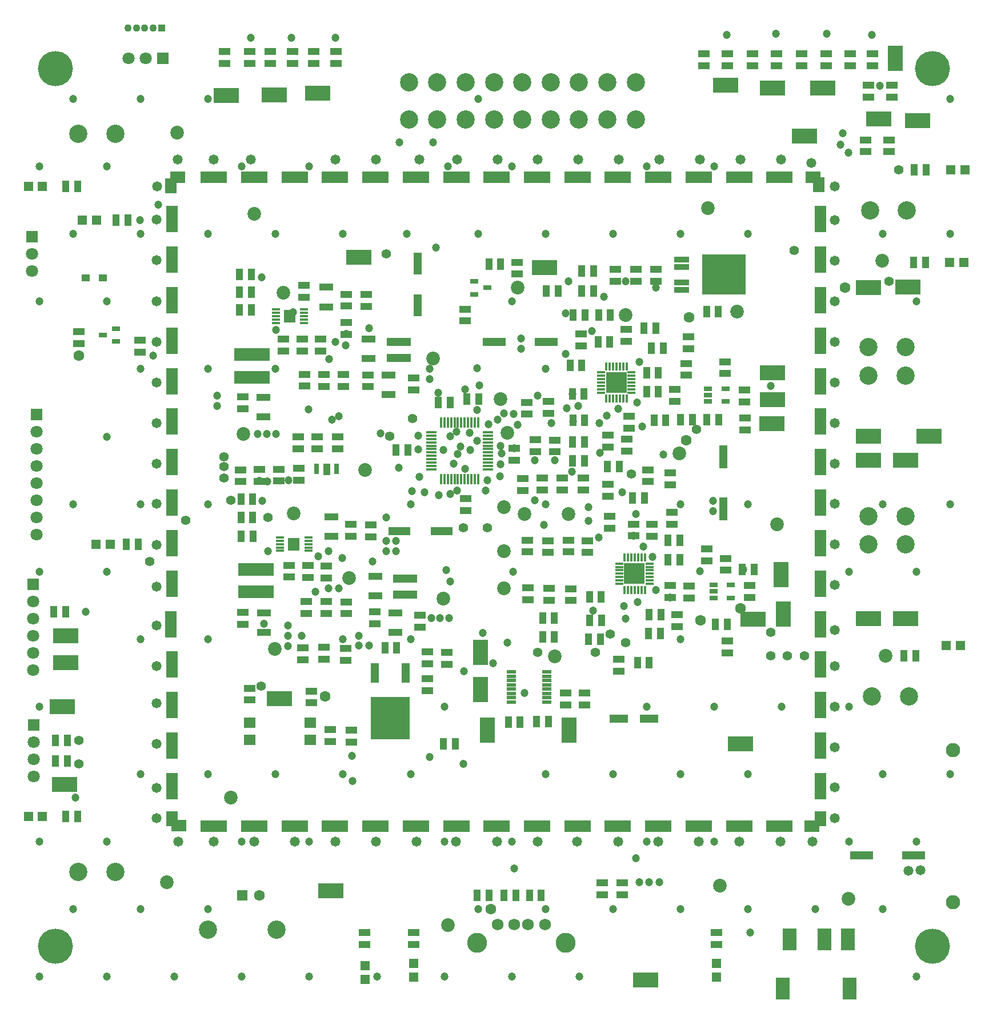
<source format=gts>
G04*
G04 #@! TF.GenerationSoftware,Altium Limited,Altium Designer,23.5.1 (21)*
G04*
G04 Layer_Color=8388736*
%FSLAX44Y44*%
%MOMM*%
G71*
G04*
G04 #@! TF.SameCoordinates,94069164-061E-4E51-8288-264057568BAF*
G04*
G04*
G04 #@! TF.FilePolarity,Negative*
G04*
G01*
G75*
%ADD52C,2.0200*%
%ADD53R,1.0540X1.7040*%
%ADD54R,1.4040X1.4040*%
%ADD55R,1.5980X0.3980*%
%ADD56R,0.3980X1.5980*%
%ADD57R,1.2040X1.0040*%
%ADD58R,1.1540X0.8040*%
%ADD59R,1.7040X1.0540*%
%ADD60R,1.2900X0.3950*%
%ADD61R,1.7780X1.9780*%
%ADD62R,3.4040X1.3040*%
%ADD63R,3.8040X2.2040*%
%ADD64R,5.7540X6.3540*%
%ADD65R,1.2040X2.9540*%
%ADD66R,1.0040X1.6790*%
%ADD67R,0.8040X1.5040*%
%ADD68R,3.2040X1.3040*%
%ADD69R,2.2040X3.8040*%
%ADD70R,1.4040X1.4040*%
%ADD71R,1.3520X0.5220*%
%ADD72R,1.2100X0.3600*%
%ADD73R,0.3600X1.2100*%
%ADD74R,0.3800X1.2300*%
%ADD75R,1.2300X0.3800*%
%ADD76R,3.0600X3.0600*%
%ADD77R,6.5020X5.9020*%
%ADD78R,2.3020X0.9020*%
%ADD79R,2.8040X1.2540*%
%ADD80R,1.7040X1.5040*%
%ADD81R,2.0040X1.1040*%
%ADD82R,1.3032X0.8032*%
%ADD83R,3.9505X1.7280*%
%ADD84R,1.7280X2.2360*%
%ADD85R,1.7280X3.9505*%
%ADD86R,2.2360X1.7280*%
%ADD87R,5.2840X1.9440*%
%ADD88R,1.3040X3.4040*%
%ADD89R,1.3040X3.2040*%
%ADD90R,3.6040X1.1840*%
%ADD91R,1.8040X1.8040*%
%ADD92C,1.8040*%
%ADD93C,1.6020*%
%ADD94R,1.6020X1.6020*%
%ADD95C,2.7020*%
%ADD96C,2.7040*%
%ADD97C,1.7280*%
%ADD98C,2.9540*%
%ADD99C,5.2040*%
%ADD100R,2.0040X3.2040*%
%ADD101C,2.1040*%
%ADD102R,1.1020X1.1020*%
%ADD103C,1.1020*%
%ADD104R,1.8040X1.8040*%
%ADD105C,1.2040*%
%ADD106C,1.4740*%
%ADD107C,1.4040*%
%ADD108C,1.6040*%
D52*
X265000Y195000D02*
D03*
X280000Y1305000D02*
D03*
X1085000Y190000D02*
D03*
X360000Y320000D02*
D03*
X395000Y1185000D02*
D03*
X1066691Y1193417D02*
D03*
X559009Y805665D02*
D03*
X1169818Y724676D02*
D03*
X1275000Y170000D02*
D03*
X453000Y741000D02*
D03*
X535000Y645000D02*
D03*
X379000Y859000D02*
D03*
X675000Y615000D02*
D03*
X945000Y1035000D02*
D03*
X1325000Y1115000D02*
D03*
X760000Y910000D02*
D03*
X770000Y860000D02*
D03*
X765000Y750000D02*
D03*
X1025000Y830000D02*
D03*
X1330000Y530000D02*
D03*
X860000Y740000D02*
D03*
X765000Y685000D02*
D03*
Y630000D02*
D03*
X1110000Y1040000D02*
D03*
X785000Y1075000D02*
D03*
X438000Y1068000D02*
D03*
X660000Y970000D02*
D03*
X795000Y740000D02*
D03*
X840038Y529569D02*
D03*
X681525Y131129D02*
D03*
X425000Y540000D02*
D03*
D53*
X190000Y1175000D02*
D03*
X207500D02*
D03*
X205000Y695000D02*
D03*
X222500D02*
D03*
X605000Y835000D02*
D03*
X622500D02*
D03*
X117578Y374456D02*
D03*
X100078D02*
D03*
X117500Y405000D02*
D03*
X100000D02*
D03*
X97500Y595000D02*
D03*
X115000D02*
D03*
X692500Y400000D02*
D03*
X675000D02*
D03*
X725000Y175000D02*
D03*
X742500D02*
D03*
X890000Y555000D02*
D03*
X907500D02*
D03*
X885000Y1035000D02*
D03*
X867500D02*
D03*
X133000Y1225000D02*
D03*
X115500D02*
D03*
X980000Y520000D02*
D03*
X962500D02*
D03*
X917834Y809964D02*
D03*
X935334D02*
D03*
X1372129Y1112446D02*
D03*
X1389629D02*
D03*
X1372500Y1250000D02*
D03*
X1390000D02*
D03*
X1357500Y530000D02*
D03*
X1375000D02*
D03*
X115500Y292000D02*
D03*
X133000D02*
D03*
X820000Y175000D02*
D03*
X802500D02*
D03*
X782500D02*
D03*
X765000D02*
D03*
X788624Y431980D02*
D03*
X771124D02*
D03*
X813335Y432394D02*
D03*
X830835D02*
D03*
X845000Y1070000D02*
D03*
X827500D02*
D03*
X588312Y541996D02*
D03*
X605812D02*
D03*
X667733Y905393D02*
D03*
X685233D02*
D03*
X390500Y1095000D02*
D03*
X373000D02*
D03*
X866000Y918000D02*
D03*
X883500D02*
D03*
X921500Y995000D02*
D03*
X904000D02*
D03*
X880000Y1100000D02*
D03*
X897500D02*
D03*
X891734Y582656D02*
D03*
X909234D02*
D03*
X1078000Y577000D02*
D03*
X1095500D02*
D03*
X1008000Y672000D02*
D03*
X1025500D02*
D03*
X979000Y563000D02*
D03*
X996500D02*
D03*
X897500Y1070000D02*
D03*
X880000D02*
D03*
X976000Y921000D02*
D03*
X993500D02*
D03*
X1008000Y701000D02*
D03*
X1025500D02*
D03*
X976000Y949000D02*
D03*
X993500D02*
D03*
X373000Y1042000D02*
D03*
X390500D02*
D03*
Y1069000D02*
D03*
X373000D02*
D03*
X973000Y764000D02*
D03*
X955500D02*
D03*
X727333Y910000D02*
D03*
X709833D02*
D03*
X375000Y762000D02*
D03*
X392500D02*
D03*
X905000Y1035000D02*
D03*
X922500D02*
D03*
X866500Y847000D02*
D03*
X884000D02*
D03*
Y819000D02*
D03*
X866500D02*
D03*
X884242Y878644D02*
D03*
X866742D02*
D03*
X393000Y707000D02*
D03*
X375500D02*
D03*
X375000Y735000D02*
D03*
X392500D02*
D03*
X909000Y617000D02*
D03*
X891500D02*
D03*
X862500Y960000D02*
D03*
X880000D02*
D03*
X1065000Y1040000D02*
D03*
X1082500D02*
D03*
X760000Y1110000D02*
D03*
X742500D02*
D03*
X1083000Y880000D02*
D03*
X1065500D02*
D03*
X972335Y1014853D02*
D03*
X989835D02*
D03*
X1026500Y880000D02*
D03*
X1044000D02*
D03*
X997500Y591000D02*
D03*
X980000D02*
D03*
X983500Y986000D02*
D03*
X1001000D02*
D03*
X1004500Y879000D02*
D03*
X987000D02*
D03*
X1118156Y658337D02*
D03*
X1135656D02*
D03*
X822000Y558000D02*
D03*
X839500D02*
D03*
Y586000D02*
D03*
X822000D02*
D03*
D54*
X160000Y695000D02*
D03*
X181000D02*
D03*
X140000Y1175000D02*
D03*
X161000D02*
D03*
X1441000Y545000D02*
D03*
X1420000D02*
D03*
X81000Y1225000D02*
D03*
X60000D02*
D03*
X1425469Y1112446D02*
D03*
X1446469D02*
D03*
X1426697Y1250064D02*
D03*
X1447697D02*
D03*
X81000Y292000D02*
D03*
X60000D02*
D03*
D55*
X741000Y856244D02*
D03*
Y851244D02*
D03*
Y846244D02*
D03*
Y836244D02*
D03*
Y831244D02*
D03*
Y806244D02*
D03*
Y821244D02*
D03*
Y816244D02*
D03*
Y826244D02*
D03*
Y841244D02*
D03*
Y811244D02*
D03*
Y861244D02*
D03*
X657000Y856244D02*
D03*
Y851244D02*
D03*
Y846244D02*
D03*
Y836244D02*
D03*
Y831244D02*
D03*
Y806244D02*
D03*
Y821244D02*
D03*
Y816244D02*
D03*
Y826244D02*
D03*
Y841244D02*
D03*
Y811244D02*
D03*
Y861244D02*
D03*
D56*
X686500Y791743D02*
D03*
X691500D02*
D03*
X696500D02*
D03*
X701500D02*
D03*
X716500D02*
D03*
X711500D02*
D03*
X706500D02*
D03*
X721500D02*
D03*
X681500D02*
D03*
X676500D02*
D03*
X726500D02*
D03*
X671500D02*
D03*
X686500Y875743D02*
D03*
X691500D02*
D03*
X696500D02*
D03*
X701500D02*
D03*
X716500D02*
D03*
X711500D02*
D03*
X706500D02*
D03*
X721500D02*
D03*
X681500D02*
D03*
X676500D02*
D03*
X726500D02*
D03*
X671500D02*
D03*
D57*
X170000Y1090000D02*
D03*
X145000D02*
D03*
D58*
X189500Y995500D02*
D03*
Y1014500D02*
D03*
X170000Y1005000D02*
D03*
X720500Y1084500D02*
D03*
Y1065500D02*
D03*
X740000Y1075000D02*
D03*
D59*
X225000Y997500D02*
D03*
Y980000D02*
D03*
X135000Y992500D02*
D03*
Y1010000D02*
D03*
X507000Y421000D02*
D03*
Y403500D02*
D03*
X780000Y820000D02*
D03*
Y837500D02*
D03*
X1311000Y1421500D02*
D03*
Y1404000D02*
D03*
X910313Y193875D02*
D03*
Y176375D02*
D03*
X940088Y176118D02*
D03*
Y193618D02*
D03*
X950000Y885000D02*
D03*
Y867500D02*
D03*
X946737Y833590D02*
D03*
Y851090D02*
D03*
X501000Y663000D02*
D03*
Y645500D02*
D03*
X1092225Y965563D02*
D03*
Y948063D02*
D03*
X1092834Y656703D02*
D03*
Y674203D02*
D03*
X935000Y525000D02*
D03*
Y507500D02*
D03*
X918640Y839313D02*
D03*
Y856813D02*
D03*
X707012Y1043536D02*
D03*
Y1026036D02*
D03*
X930000Y1085000D02*
D03*
Y1102500D02*
D03*
X557972Y120021D02*
D03*
Y102521D02*
D03*
X631000Y102500D02*
D03*
Y120000D02*
D03*
X539000Y402500D02*
D03*
Y420000D02*
D03*
X884000Y475000D02*
D03*
Y457500D02*
D03*
X1080000Y102500D02*
D03*
Y120000D02*
D03*
X479000Y460500D02*
D03*
Y478000D02*
D03*
X498000Y542500D02*
D03*
Y525000D02*
D03*
X530000Y523500D02*
D03*
Y541000D02*
D03*
X651000Y518500D02*
D03*
Y536000D02*
D03*
X631000Y941500D02*
D03*
Y924000D02*
D03*
X640000Y572500D02*
D03*
Y590000D02*
D03*
X378000Y577000D02*
D03*
Y594500D02*
D03*
X1129000Y634000D02*
D03*
Y616500D02*
D03*
X1305000Y1357500D02*
D03*
Y1375000D02*
D03*
X1340000D02*
D03*
Y1357500D02*
D03*
X1335454Y1276480D02*
D03*
Y1293980D02*
D03*
X1300454D02*
D03*
Y1276480D02*
D03*
X1205583Y1404000D02*
D03*
Y1421500D02*
D03*
X1242582D02*
D03*
Y1404000D02*
D03*
X387778Y1424667D02*
D03*
Y1407167D02*
D03*
X402000Y806000D02*
D03*
Y788500D02*
D03*
X431000Y806500D02*
D03*
Y789000D02*
D03*
X460000Y837000D02*
D03*
Y854500D02*
D03*
X461000Y790000D02*
D03*
Y807500D02*
D03*
X531000Y1006000D02*
D03*
Y1023500D02*
D03*
X563000Y928500D02*
D03*
Y946000D02*
D03*
X378000Y896000D02*
D03*
Y913500D02*
D03*
X498000Y946500D02*
D03*
Y929000D02*
D03*
X437803Y999197D02*
D03*
Y981697D02*
D03*
X851000Y776000D02*
D03*
Y793500D02*
D03*
X882000D02*
D03*
Y776000D02*
D03*
X879000Y1006500D02*
D03*
Y989000D02*
D03*
X832000Y630000D02*
D03*
Y612500D02*
D03*
X919142Y783789D02*
D03*
Y766289D02*
D03*
X921000Y719000D02*
D03*
Y736500D02*
D03*
X984000Y724500D02*
D03*
Y707000D02*
D03*
X957000Y725000D02*
D03*
Y707500D02*
D03*
X1039000Y633000D02*
D03*
Y615500D02*
D03*
X990000Y1102500D02*
D03*
Y1085000D02*
D03*
X960000Y1102500D02*
D03*
Y1085000D02*
D03*
X1122000Y882000D02*
D03*
Y864500D02*
D03*
X1035000Y945500D02*
D03*
Y963000D02*
D03*
X1011000Y634000D02*
D03*
Y616500D02*
D03*
X856000Y457500D02*
D03*
Y475000D02*
D03*
X501000Y593000D02*
D03*
Y610500D02*
D03*
X466000Y981500D02*
D03*
Y999000D02*
D03*
X482778Y1424667D02*
D03*
Y1407167D02*
D03*
X350778D02*
D03*
Y1424667D02*
D03*
X1278000Y1421500D02*
D03*
Y1404000D02*
D03*
X1133144Y1421500D02*
D03*
Y1404000D02*
D03*
X1060851D02*
D03*
Y1421500D02*
D03*
X418778Y1424667D02*
D03*
Y1407167D02*
D03*
X651000Y478500D02*
D03*
Y496000D02*
D03*
X488000Y836500D02*
D03*
Y854000D02*
D03*
X707742Y745218D02*
D03*
Y762718D02*
D03*
X388000Y464500D02*
D03*
Y482000D02*
D03*
X446478Y664195D02*
D03*
Y646695D02*
D03*
X472000Y593000D02*
D03*
Y610500D02*
D03*
X468000Y1078500D02*
D03*
Y1061000D02*
D03*
X469000Y947000D02*
D03*
Y929500D02*
D03*
X527000Y946500D02*
D03*
Y929000D02*
D03*
X821000Y793500D02*
D03*
Y776000D02*
D03*
X793000Y775000D02*
D03*
Y792500D02*
D03*
X831000Y889000D02*
D03*
Y906500D02*
D03*
X864000Y612000D02*
D03*
Y629500D02*
D03*
X798735Y905509D02*
D03*
Y888009D02*
D03*
X811000Y850000D02*
D03*
Y832500D02*
D03*
X840000Y849500D02*
D03*
Y832000D02*
D03*
X1011250Y801000D02*
D03*
Y783500D02*
D03*
X515985Y1407167D02*
D03*
Y1424667D02*
D03*
X1168144Y1404000D02*
D03*
Y1421500D02*
D03*
X1095851D02*
D03*
Y1404000D02*
D03*
X451778Y1407167D02*
D03*
Y1424667D02*
D03*
X467000Y542000D02*
D03*
Y524500D02*
D03*
X800000Y631000D02*
D03*
Y613500D02*
D03*
X531000Y592500D02*
D03*
Y610000D02*
D03*
X474000Y664000D02*
D03*
Y646500D02*
D03*
X573000Y595000D02*
D03*
Y577500D02*
D03*
X493000Y981500D02*
D03*
Y999000D02*
D03*
X888000Y700500D02*
D03*
Y683000D02*
D03*
X860000Y701500D02*
D03*
Y684000D02*
D03*
X799000D02*
D03*
Y701500D02*
D03*
X680000Y517500D02*
D03*
Y535000D02*
D03*
X1018000Y924500D02*
D03*
Y907000D02*
D03*
X1121000Y906000D02*
D03*
Y923500D02*
D03*
X1038142Y1002500D02*
D03*
Y985000D02*
D03*
X1096000Y534500D02*
D03*
Y552000D02*
D03*
X1021000Y591000D02*
D03*
Y573500D02*
D03*
X1065000Y688500D02*
D03*
Y671000D02*
D03*
X1014000Y725000D02*
D03*
Y742500D02*
D03*
X946000Y1013500D02*
D03*
Y996000D02*
D03*
X830000Y700500D02*
D03*
Y683000D02*
D03*
X978000Y805500D02*
D03*
Y788000D02*
D03*
X784255Y1095412D02*
D03*
Y1112912D02*
D03*
X374000Y788000D02*
D03*
Y805500D02*
D03*
X538000Y707000D02*
D03*
Y724500D02*
D03*
X567000Y724000D02*
D03*
Y706500D02*
D03*
X531000Y1048000D02*
D03*
Y1065500D02*
D03*
X561000Y1065000D02*
D03*
Y1047500D02*
D03*
X518000Y854000D02*
D03*
Y836500D02*
D03*
D60*
X426560Y1042975D02*
D03*
Y1037975D02*
D03*
Y1032975D02*
D03*
Y1027975D02*
D03*
Y1022975D02*
D03*
X468670Y1042975D02*
D03*
Y1037975D02*
D03*
Y1032975D02*
D03*
Y1027975D02*
D03*
Y1022975D02*
D03*
X474940Y685509D02*
D03*
Y690509D02*
D03*
Y695509D02*
D03*
Y700509D02*
D03*
Y705509D02*
D03*
X432830Y685509D02*
D03*
Y690509D02*
D03*
Y695509D02*
D03*
Y700509D02*
D03*
Y705509D02*
D03*
D61*
X447005Y1033000D02*
D03*
X453275Y695534D02*
D03*
D62*
X827000Y995000D02*
D03*
X750000D02*
D03*
X1295000Y235000D02*
D03*
X1372000D02*
D03*
D63*
X113933Y339431D02*
D03*
X110000Y455000D02*
D03*
X115000Y520000D02*
D03*
X974680Y49897D02*
D03*
X115000Y560000D02*
D03*
X1305000Y585000D02*
D03*
X1360000D02*
D03*
Y820000D02*
D03*
X1305000D02*
D03*
X1162980Y948895D02*
D03*
X1162160Y873910D02*
D03*
X1162270Y909776D02*
D03*
X1134250Y584370D02*
D03*
X825000Y1105000D02*
D03*
X508000Y182000D02*
D03*
X489000Y1363000D02*
D03*
X432000Y467000D02*
D03*
X353000Y1360000D02*
D03*
X1237000Y1371000D02*
D03*
X550000Y1120000D02*
D03*
X1210000Y1300000D02*
D03*
X424000Y1361000D02*
D03*
X1093000Y1375000D02*
D03*
X1163000Y1371000D02*
D03*
X1320000Y1325000D02*
D03*
X1115000Y400000D02*
D03*
X1395000Y855000D02*
D03*
X1305000D02*
D03*
Y1075000D02*
D03*
X1363691Y1076610D02*
D03*
X1377656Y1322732D02*
D03*
D64*
X595900Y438000D02*
D03*
D65*
X573000Y505000D02*
D03*
X618800D02*
D03*
D66*
X502000Y806000D02*
D03*
D67*
X487000Y806876D02*
D03*
X517000Y806875D02*
D03*
D68*
X610000Y715000D02*
D03*
X672000D02*
D03*
D69*
X860984Y420109D02*
D03*
X1175000Y650000D02*
D03*
X1178821Y591961D02*
D03*
X740000Y420000D02*
D03*
X730000Y480000D02*
D03*
Y535000D02*
D03*
X1345000Y1415000D02*
D03*
D70*
X1080000Y54000D02*
D03*
Y75000D02*
D03*
X558972Y71521D02*
D03*
Y50521D02*
D03*
X631000Y54000D02*
D03*
Y75000D02*
D03*
D71*
X828000Y461650D02*
D03*
X776000D02*
D03*
Y506100D02*
D03*
Y499750D02*
D03*
Y493400D02*
D03*
Y487050D02*
D03*
Y480700D02*
D03*
Y474350D02*
D03*
Y468000D02*
D03*
X828000Y506100D02*
D03*
Y499750D02*
D03*
Y493400D02*
D03*
Y487050D02*
D03*
Y480700D02*
D03*
Y474350D02*
D03*
Y468000D02*
D03*
D72*
X908616Y949825D02*
D03*
Y919825D02*
D03*
X953616D02*
D03*
Y949825D02*
D03*
X980618Y666766D02*
D03*
Y636766D02*
D03*
X935618D02*
D03*
Y666766D02*
D03*
D73*
X916660Y910926D02*
D03*
X946660D02*
D03*
Y958926D02*
D03*
X916660D02*
D03*
X943662Y675867D02*
D03*
X973662D02*
D03*
Y627868D02*
D03*
X943662D02*
D03*
D74*
X941660Y958926D02*
D03*
X936660D02*
D03*
X931660D02*
D03*
X926660D02*
D03*
X921660D02*
D03*
X941660Y910926D02*
D03*
X936660D02*
D03*
X931660D02*
D03*
X926660D02*
D03*
X921660D02*
D03*
X948662Y627868D02*
D03*
X953662D02*
D03*
X958662D02*
D03*
X963662D02*
D03*
X968662D02*
D03*
X948662Y675867D02*
D03*
X953662D02*
D03*
X958662D02*
D03*
X963662D02*
D03*
X968662D02*
D03*
D75*
X908616Y929825D02*
D03*
Y934825D02*
D03*
Y939825D02*
D03*
Y944825D02*
D03*
Y924825D02*
D03*
X953616Y929825D02*
D03*
Y924825D02*
D03*
Y934825D02*
D03*
Y939825D02*
D03*
Y944825D02*
D03*
X980618Y661766D02*
D03*
Y656766D02*
D03*
Y651766D02*
D03*
Y641766D02*
D03*
Y646766D02*
D03*
X935618Y641766D02*
D03*
Y661766D02*
D03*
Y656766D02*
D03*
Y651766D02*
D03*
Y646766D02*
D03*
D76*
X931089Y935000D02*
D03*
X958091Y651941D02*
D03*
D77*
X1090800Y1095200D02*
D03*
D78*
X1028000Y1117200D02*
D03*
Y1105800D02*
D03*
Y1083000D02*
D03*
Y1071600D02*
D03*
D79*
X934761Y436613D02*
D03*
X979761D02*
D03*
D80*
X478000Y406000D02*
D03*
Y431400D02*
D03*
X388000Y406000D02*
D03*
Y431400D02*
D03*
D81*
X604000Y594000D02*
D03*
Y565000D02*
D03*
X594000Y946000D02*
D03*
Y917000D02*
D03*
X509000Y736000D02*
D03*
Y707000D02*
D03*
X574000Y619000D02*
D03*
Y648000D02*
D03*
X408000Y913000D02*
D03*
Y884000D02*
D03*
X501000Y1076000D02*
D03*
Y1047000D02*
D03*
X564000Y970000D02*
D03*
Y999000D02*
D03*
X409000Y594000D02*
D03*
Y565000D02*
D03*
D82*
X1075000Y635000D02*
D03*
Y625500D02*
D03*
Y616000D02*
D03*
X1101000Y635000D02*
D03*
Y616000D02*
D03*
X1067000Y925500D02*
D03*
Y916000D02*
D03*
Y906500D02*
D03*
X1093000Y925500D02*
D03*
Y906500D02*
D03*
D83*
X334840Y1238927D02*
D03*
X394711D02*
D03*
X454583D02*
D03*
X514454D02*
D03*
X574326D02*
D03*
X634197D02*
D03*
X694068D02*
D03*
X753940D02*
D03*
X813811D02*
D03*
X873683D02*
D03*
X933554D02*
D03*
X993426D02*
D03*
X1053297D02*
D03*
X1113168D02*
D03*
X1173040D02*
D03*
X334840Y277537D02*
D03*
X394711D02*
D03*
X454583D02*
D03*
X634197D02*
D03*
X694068D02*
D03*
X753940D02*
D03*
X813811D02*
D03*
X873683D02*
D03*
X933554D02*
D03*
X993426D02*
D03*
X1053297D02*
D03*
X1113168D02*
D03*
X1173040D02*
D03*
X514454D02*
D03*
X574326D02*
D03*
D84*
X271340Y1226227D02*
D03*
X272610Y288967D02*
D03*
X1231460Y1227497D02*
D03*
X1234000Y288967D02*
D03*
D85*
X271358Y577076D02*
D03*
X272610Y337227D02*
D03*
Y397189D02*
D03*
Y457151D02*
D03*
Y637038D02*
D03*
X272628Y517114D02*
D03*
X272610Y697000D02*
D03*
Y816924D02*
D03*
Y756962D02*
D03*
Y876886D02*
D03*
Y936849D02*
D03*
Y996811D02*
D03*
Y1056773D02*
D03*
Y1116735D02*
D03*
Y1176697D02*
D03*
X1234000Y936849D02*
D03*
Y1176697D02*
D03*
Y337227D02*
D03*
Y397189D02*
D03*
Y637038D02*
D03*
Y697000D02*
D03*
Y756962D02*
D03*
Y816924D02*
D03*
Y876886D02*
D03*
Y996811D02*
D03*
Y1056773D02*
D03*
Y1116735D02*
D03*
Y577076D02*
D03*
Y517114D02*
D03*
Y457151D02*
D03*
D86*
X281500Y1238927D02*
D03*
X282770Y278807D02*
D03*
X1222570Y1238927D02*
D03*
X1221300Y277537D02*
D03*
D87*
X391000Y942600D02*
D03*
Y976000D02*
D03*
X397000Y658000D02*
D03*
Y624600D02*
D03*
D88*
X1090000Y825000D02*
D03*
Y748000D02*
D03*
D89*
X637000Y1049000D02*
D03*
Y1111000D02*
D03*
D90*
X609000Y971000D02*
D03*
Y994700D02*
D03*
X618000Y620300D02*
D03*
Y644000D02*
D03*
D91*
X65000Y1150800D02*
D03*
X68000Y428000D02*
D03*
X72370Y887260D02*
D03*
X67290Y635800D02*
D03*
D92*
X65000Y1125400D02*
D03*
Y1100000D02*
D03*
X68000Y351800D02*
D03*
Y377200D02*
D03*
Y402600D02*
D03*
X72370Y861860D02*
D03*
Y836460D02*
D03*
Y811060D02*
D03*
Y785660D02*
D03*
Y760260D02*
D03*
Y734860D02*
D03*
Y709460D02*
D03*
X67290Y610400D02*
D03*
Y585000D02*
D03*
Y559600D02*
D03*
Y534200D02*
D03*
Y508800D02*
D03*
X234000Y1415000D02*
D03*
X208600D02*
D03*
D93*
X402200Y175000D02*
D03*
D94*
X376800D02*
D03*
D95*
X326000Y124200D02*
D03*
X427600D02*
D03*
D96*
X623941Y1324000D02*
D03*
X665941D02*
D03*
X707941D02*
D03*
X623941Y1379000D02*
D03*
X665941D02*
D03*
X707941D02*
D03*
X749941Y1324000D02*
D03*
X791941D02*
D03*
X833941D02*
D03*
X875941D02*
D03*
X749941Y1379000D02*
D03*
X791941D02*
D03*
X833941D02*
D03*
X875941D02*
D03*
X917941Y1324000D02*
D03*
Y1379000D02*
D03*
X959941Y1324000D02*
D03*
Y1379000D02*
D03*
X1360000Y737000D02*
D03*
X1305000D02*
D03*
Y695000D02*
D03*
X1360000D02*
D03*
Y945000D02*
D03*
X1305000D02*
D03*
Y987000D02*
D03*
X1360000D02*
D03*
X1362000Y1190000D02*
D03*
X1307000D02*
D03*
X1365000Y470000D02*
D03*
X1310000D02*
D03*
X134000Y1303000D02*
D03*
X189000D02*
D03*
X134000Y210000D02*
D03*
X189000D02*
D03*
D97*
X825300Y132000D02*
D03*
X800300D02*
D03*
X780300D02*
D03*
X755300D02*
D03*
D98*
X856000Y105000D02*
D03*
X724600D02*
D03*
D99*
X100000Y100000D02*
D03*
X1400000Y1400000D02*
D03*
X100000D02*
D03*
X1400000Y100000D02*
D03*
D100*
X1274000Y110000D02*
D03*
X1240000D02*
D03*
X1188000D02*
D03*
X1277000Y37000D02*
D03*
X1178000D02*
D03*
D101*
X1430000Y390000D02*
D03*
Y165000D02*
D03*
D102*
X257500Y1460000D02*
D03*
D103*
X245000D02*
D03*
X232500D02*
D03*
X220000D02*
D03*
X207500D02*
D03*
D104*
X259400Y1415000D02*
D03*
D105*
X758619Y795964D02*
D03*
X740000Y790000D02*
D03*
X340000Y915000D02*
D03*
X475000Y895000D02*
D03*
X581453Y859861D02*
D03*
X637776Y855911D02*
D03*
X520000Y885000D02*
D03*
X509714Y879857D02*
D03*
X550000Y545000D02*
D03*
Y560000D02*
D03*
X176001Y654408D02*
D03*
X678953Y657361D02*
D03*
X520000Y630000D02*
D03*
X505000D02*
D03*
X485000Y625000D02*
D03*
X445062Y544853D02*
D03*
X445000Y560000D02*
D03*
X770000Y550000D02*
D03*
X778000Y654756D02*
D03*
X760000Y813500D02*
D03*
X759839Y840895D02*
D03*
X761391Y829500D02*
D03*
X126349Y754756D02*
D03*
X685000Y640000D02*
D03*
X737512Y774404D02*
D03*
X823686Y723686D02*
D03*
X76349Y1054756D02*
D03*
X531114Y1006482D02*
D03*
X530000Y990000D02*
D03*
X414306Y788656D02*
D03*
X402411Y788911D02*
D03*
X515000Y995000D02*
D03*
X505433Y969163D02*
D03*
X638082Y835456D02*
D03*
X825000Y1105000D02*
D03*
X724500Y893929D02*
D03*
X706916Y924584D02*
D03*
X628500Y774144D02*
D03*
X639329Y795365D02*
D03*
X856528Y977080D02*
D03*
X713868Y860133D02*
D03*
X724541Y848179D02*
D03*
X715000Y835000D02*
D03*
X700000Y840000D02*
D03*
X696471Y829055D02*
D03*
X675000Y835000D02*
D03*
X621013Y1154756D02*
D03*
X690000Y815000D02*
D03*
X252090Y1197974D02*
D03*
X326349Y1154756D02*
D03*
X406000Y1091000D02*
D03*
X452673Y1038641D02*
D03*
X426349Y1154756D02*
D03*
X225000Y1175000D02*
D03*
X245000Y975000D02*
D03*
X176349Y1054756D02*
D03*
X609128Y808511D02*
D03*
X646843Y771843D02*
D03*
X340000Y900000D02*
D03*
X427000Y1013000D02*
D03*
X724895Y956209D02*
D03*
X565000Y1015000D02*
D03*
X682093Y1254756D02*
D03*
X726349Y1154756D02*
D03*
X776349Y1254756D02*
D03*
X826349Y754756D02*
D03*
X1026349D02*
D03*
X1126349D02*
D03*
X326349Y1354756D02*
D03*
X409236Y577385D02*
D03*
X1426349Y1354756D02*
D03*
Y1154756D02*
D03*
X1376349Y1054756D02*
D03*
X1426349Y754756D02*
D03*
X1376349Y654756D02*
D03*
X1426349Y354756D02*
D03*
X1376349Y254756D02*
D03*
Y54756D02*
D03*
X1326349Y1154756D02*
D03*
Y754756D02*
D03*
X1276349Y654756D02*
D03*
Y454756D02*
D03*
X1326349Y354756D02*
D03*
X1276349Y254756D02*
D03*
X1326349Y154756D02*
D03*
X1176349Y454756D02*
D03*
X1226349Y154756D02*
D03*
X1076349Y1254756D02*
D03*
X1126349Y1154756D02*
D03*
X1076349Y454756D02*
D03*
X1126349Y354756D02*
D03*
X1076349Y254756D02*
D03*
X1126349Y154756D02*
D03*
X976349Y1254756D02*
D03*
X1026349Y1154756D02*
D03*
Y554756D02*
D03*
X976349Y454756D02*
D03*
X1026349Y354756D02*
D03*
X976349Y254756D02*
D03*
X1026349Y154756D02*
D03*
X926349Y1154756D02*
D03*
Y354756D02*
D03*
Y154756D02*
D03*
X876349Y54756D02*
D03*
X826349Y1154756D02*
D03*
X776349Y1054756D02*
D03*
X826349Y954756D02*
D03*
Y354756D02*
D03*
X776349Y254756D02*
D03*
X826349Y154756D02*
D03*
X776349Y54756D02*
D03*
X726349Y1354756D02*
D03*
X676349Y454756D02*
D03*
Y254756D02*
D03*
X726349Y154756D02*
D03*
X676349Y54756D02*
D03*
X626349Y754756D02*
D03*
Y554756D02*
D03*
Y354756D02*
D03*
X576349Y54756D02*
D03*
X476349Y1254756D02*
D03*
X526349Y1154756D02*
D03*
Y554756D02*
D03*
Y354756D02*
D03*
X476349Y254756D02*
D03*
Y54756D02*
D03*
X376349Y1254756D02*
D03*
X426349Y954756D02*
D03*
Y354756D02*
D03*
X376349Y254756D02*
D03*
Y54756D02*
D03*
X326349Y954756D02*
D03*
Y754756D02*
D03*
Y554756D02*
D03*
Y354756D02*
D03*
Y154756D02*
D03*
X276349Y54756D02*
D03*
X226349Y1354756D02*
D03*
X176349Y1254756D02*
D03*
X226349Y1154756D02*
D03*
Y954756D02*
D03*
X176349Y854756D02*
D03*
X226349Y754756D02*
D03*
Y554756D02*
D03*
Y354756D02*
D03*
X176349Y254756D02*
D03*
X226349Y154756D02*
D03*
X176349Y54756D02*
D03*
X126349Y1354756D02*
D03*
X76349Y1254756D02*
D03*
X126349Y1154756D02*
D03*
X76349Y654756D02*
D03*
Y454756D02*
D03*
Y254756D02*
D03*
X126349Y154756D02*
D03*
X76349Y54756D02*
D03*
X505000Y685000D02*
D03*
X668121Y768036D02*
D03*
X965000Y965000D02*
D03*
X856093Y1037407D02*
D03*
X694232Y861857D02*
D03*
X685000Y855000D02*
D03*
X707441Y807183D02*
D03*
X695000Y775000D02*
D03*
X684714Y769857D02*
D03*
X964715Y645000D02*
D03*
X438000Y1068000D02*
D03*
X779291Y888000D02*
D03*
X858000Y896600D02*
D03*
X835000Y875000D02*
D03*
X896843Y596843D02*
D03*
X765000Y889000D02*
D03*
X815000Y915000D02*
D03*
X667000Y920000D02*
D03*
X733500Y564013D02*
D03*
X728110Y930187D02*
D03*
X784822Y872314D02*
D03*
X755000Y880000D02*
D03*
X894891Y1010668D02*
D03*
X865750Y803000D02*
D03*
X741747Y873000D02*
D03*
X905686Y874686D02*
D03*
X810000Y820000D02*
D03*
X917000Y886000D02*
D03*
X810000Y760000D02*
D03*
X942730Y604062D02*
D03*
X962478Y609480D02*
D03*
X950000Y645000D02*
D03*
X655000Y940000D02*
D03*
X664000Y1135000D02*
D03*
X660000Y1290000D02*
D03*
X748749Y518750D02*
D03*
X860000Y1085000D02*
D03*
X790000Y985000D02*
D03*
Y1000000D02*
D03*
X912828Y1061464D02*
D03*
X780000Y837500D02*
D03*
X655000Y955000D02*
D03*
X940000Y772500D02*
D03*
X960000Y740000D02*
D03*
X890000Y750000D02*
D03*
X970000Y870000D02*
D03*
X866742Y877374D02*
D03*
X1011000Y616500D02*
D03*
X945000Y1085000D02*
D03*
X1119366Y658337D02*
D03*
X795000Y475000D02*
D03*
X840000Y820000D02*
D03*
X866000Y918000D02*
D03*
X1055000Y655000D02*
D03*
X590000Y735000D02*
D03*
X570000Y670000D02*
D03*
X610000Y1290000D02*
D03*
X957000Y707500D02*
D03*
X962033Y905370D02*
D03*
X1160000Y930000D02*
D03*
X890000Y730000D02*
D03*
X906640Y830313D02*
D03*
X1074445Y759517D02*
D03*
Y744517D02*
D03*
X905000Y705000D02*
D03*
X923121Y929185D02*
D03*
X931202Y943298D02*
D03*
X938121Y929185D02*
D03*
X958081Y659113D02*
D03*
X990000Y1075000D02*
D03*
X1000745Y827964D02*
D03*
X415000Y685000D02*
D03*
X540000Y345000D02*
D03*
X989948Y627475D02*
D03*
X984864Y676837D02*
D03*
X875000Y900000D02*
D03*
X1263009Y1286799D02*
D03*
X657000Y586000D02*
D03*
X683000D02*
D03*
X605000Y685000D02*
D03*
X590000Y700000D02*
D03*
X445130Y790349D02*
D03*
X605000Y700000D02*
D03*
X590000Y685000D02*
D03*
X406943Y759491D02*
D03*
X945000Y585000D02*
D03*
X565000Y545000D02*
D03*
X445000Y575000D02*
D03*
X539576Y381960D02*
D03*
X705752Y506869D02*
D03*
X525000Y675000D02*
D03*
X145000Y595000D02*
D03*
X515000Y1445000D02*
D03*
X450000D02*
D03*
X390000D02*
D03*
X1242933Y1451026D02*
D03*
X1167721Y1451208D02*
D03*
X1095000Y1450000D02*
D03*
X1310000D02*
D03*
X1322189Y1374308D02*
D03*
X1275000Y1275000D02*
D03*
X1130000Y120000D02*
D03*
X130000Y320000D02*
D03*
X465000Y560000D02*
D03*
X670000Y586000D02*
D03*
X655000Y380000D02*
D03*
X705000Y370000D02*
D03*
X995000Y195000D02*
D03*
X980000D02*
D03*
X965000D02*
D03*
X780000Y215000D02*
D03*
X934389Y896266D02*
D03*
X489558Y677508D02*
D03*
X960000Y230000D02*
D03*
X452861Y696500D02*
D03*
X1267000Y1304000D02*
D03*
X426538Y858780D02*
D03*
X413538D02*
D03*
X399538D02*
D03*
X971000Y692000D02*
D03*
D106*
X250000Y632650D02*
D03*
Y1176000D02*
D03*
X995000Y1265000D02*
D03*
X1175000D02*
D03*
X1055000D02*
D03*
X1115000D02*
D03*
X935000D02*
D03*
X875000D02*
D03*
X1255000Y568150D02*
D03*
Y815000D02*
D03*
X639350Y1265000D02*
D03*
X250000Y814629D02*
D03*
X1382142Y212287D02*
D03*
X1363833Y211706D02*
D03*
X815000Y1265000D02*
D03*
X755000D02*
D03*
X695000D02*
D03*
X575000D02*
D03*
X515000D02*
D03*
X390000D02*
D03*
X335000D02*
D03*
X1220000Y1260000D02*
D03*
X1255000Y1225000D02*
D03*
Y1175000D02*
D03*
Y1115000D02*
D03*
Y1055000D02*
D03*
Y995000D02*
D03*
Y935000D02*
D03*
Y875000D02*
D03*
Y755000D02*
D03*
Y695000D02*
D03*
Y635000D02*
D03*
Y515000D02*
D03*
Y455000D02*
D03*
Y395000D02*
D03*
Y335000D02*
D03*
Y290000D02*
D03*
X1221615Y255000D02*
D03*
X1113607D02*
D03*
X1174083D02*
D03*
X250520Y1225520D02*
D03*
X1053400Y255000D02*
D03*
X992924D02*
D03*
X934083D02*
D03*
X873033D02*
D03*
X814593D02*
D03*
X754145D02*
D03*
X693913D02*
D03*
X635000D02*
D03*
X575000D02*
D03*
X515000D02*
D03*
X455000D02*
D03*
X395000D02*
D03*
X335000D02*
D03*
X282505Y254757D02*
D03*
X250000Y290000D02*
D03*
Y334629D02*
D03*
Y459629D02*
D03*
Y400000D02*
D03*
Y574629D02*
D03*
Y515000D02*
D03*
Y694629D02*
D03*
Y755000D02*
D03*
Y934629D02*
D03*
Y875000D02*
D03*
Y1054629D02*
D03*
Y995000D02*
D03*
Y1116371D02*
D03*
X280968Y1265000D02*
D03*
D107*
X629013Y881522D02*
D03*
X240000Y670000D02*
D03*
X1050000Y865000D02*
D03*
X922000Y562000D02*
D03*
X840038Y529569D02*
D03*
X740000Y720000D02*
D03*
X705000D02*
D03*
X595000Y855000D02*
D03*
X1160000Y530000D02*
D03*
X1210000D02*
D03*
X1185000D02*
D03*
X1160000Y565000D02*
D03*
X350229Y793730D02*
D03*
X350000Y825000D02*
D03*
Y810000D02*
D03*
X590000Y1125000D02*
D03*
X953506Y799559D02*
D03*
X945000Y550000D02*
D03*
X135000Y370000D02*
D03*
Y405000D02*
D03*
X415000Y735000D02*
D03*
X360000Y760000D02*
D03*
X293429Y731130D02*
D03*
X900000Y535000D02*
D03*
X815000D02*
D03*
X405000Y485000D02*
D03*
X1335000Y1085000D02*
D03*
X1350000Y1250000D02*
D03*
X1195000Y1130000D02*
D03*
D108*
X135000Y975000D02*
D03*
X1034575Y849592D02*
D03*
X1115000Y600000D02*
D03*
X1162270Y909776D02*
D03*
X1270000Y1075000D02*
D03*
X500000Y470000D02*
D03*
X745000Y155000D02*
D03*
X1304200Y585116D02*
D03*
X1305000Y855000D02*
D03*
X1056000Y583000D02*
D03*
X1039000Y1031000D02*
D03*
M02*

</source>
